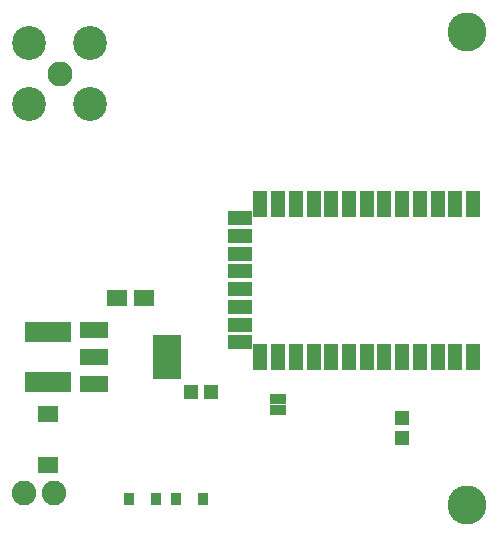
<source format=gbs>
G75*
%MOIN*%
%OFA0B0*%
%FSLAX25Y25*%
%IPPOS*%
%LPD*%
%AMOC8*
5,1,8,0,0,1.08239X$1,22.5*
%
%ADD10C,0.13005*%
%ADD11R,0.04737X0.08674*%
%ADD12R,0.07887X0.04737*%
%ADD13C,0.08300*%
%ADD14C,0.11300*%
%ADD15R,0.09600X0.05600*%
%ADD16R,0.09461X0.14973*%
%ADD17R,0.05131X0.04737*%
%ADD18R,0.15367X0.06706*%
%ADD19C,0.08200*%
%ADD20R,0.06587X0.05800*%
%ADD21R,0.05800X0.03300*%
%ADD22R,0.04737X0.05131*%
%ADD23R,0.06800X0.05800*%
%ADD24R,0.03280X0.04068*%
D10*
X0160993Y0011741D03*
X0160993Y0169221D03*
D11*
X0162962Y0112134D03*
X0157056Y0112134D03*
X0151151Y0112134D03*
X0145245Y0112134D03*
X0139340Y0112134D03*
X0133434Y0112134D03*
X0127529Y0112134D03*
X0121623Y0112134D03*
X0115718Y0112134D03*
X0109812Y0112134D03*
X0103907Y0112134D03*
X0098001Y0112134D03*
X0092096Y0112134D03*
X0092096Y0060953D03*
X0098001Y0060953D03*
X0103907Y0060953D03*
X0109812Y0060953D03*
X0115718Y0060953D03*
X0121623Y0060953D03*
X0127529Y0060953D03*
X0133434Y0060953D03*
X0139340Y0060953D03*
X0145245Y0060953D03*
X0151151Y0060953D03*
X0157056Y0060953D03*
X0162962Y0060953D03*
D12*
X0085206Y0065875D03*
X0085206Y0071780D03*
X0085206Y0077686D03*
X0085206Y0083591D03*
X0085206Y0089497D03*
X0085206Y0095402D03*
X0085206Y0101308D03*
X0085206Y0107213D03*
D13*
X0025167Y0155441D03*
D14*
X0035206Y0165480D03*
X0015128Y0165480D03*
X0015128Y0145402D03*
X0035206Y0145402D03*
D15*
X0036589Y0070053D03*
X0036589Y0060953D03*
X0036589Y0051853D03*
D16*
X0060989Y0060953D03*
D17*
X0069064Y0049142D03*
X0075757Y0049142D03*
D18*
X0021230Y0052686D03*
X0021230Y0069221D03*
D19*
X0013356Y0015678D03*
X0023356Y0015678D03*
D20*
X0021230Y0024930D03*
X0021230Y0041859D03*
D21*
X0098001Y0043434D03*
X0098001Y0046977D03*
D22*
X0139340Y0040678D03*
X0139340Y0033985D03*
D23*
X0053289Y0080638D03*
X0044289Y0080638D03*
D24*
X0048198Y0013709D03*
X0057253Y0013709D03*
X0063946Y0013709D03*
X0073001Y0013709D03*
M02*

</source>
